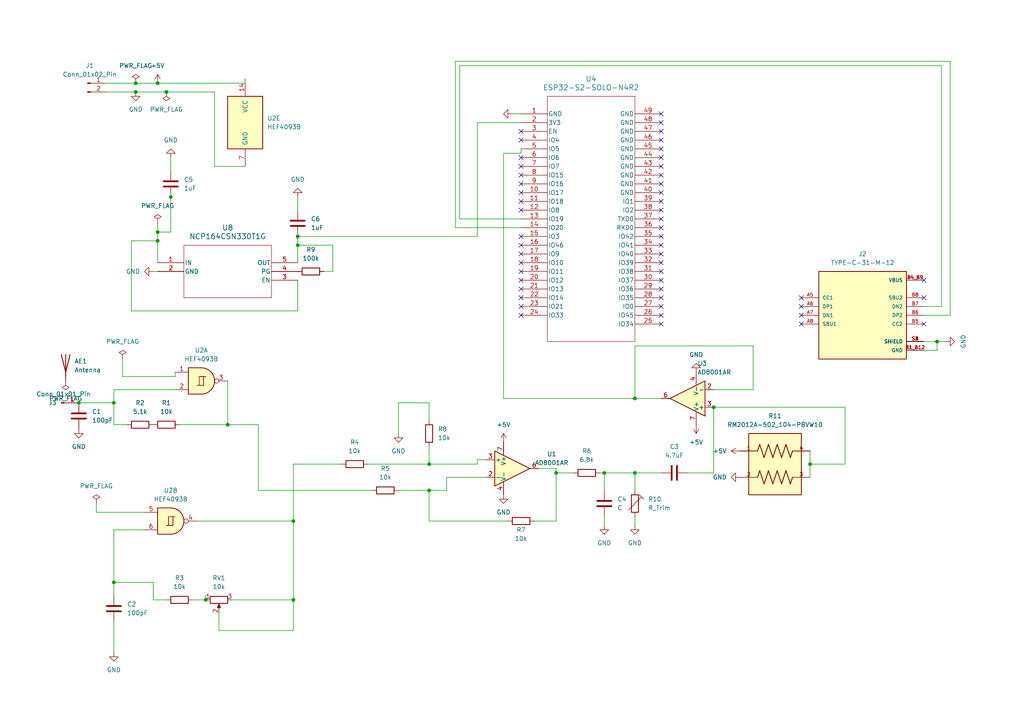
<source format=kicad_sch>
(kicad_sch (version 20230121) (generator eeschema)
  (paper "A4")
  (lib_symbols
    (symbol "4xxx:HEF4093B" (pin_names (offset 1.016))
      (property "Reference" "U" (at 0 1.27 0))
      (property "Value" "HEF4093B" (at 0 -1.27 0))
      (symbol "HEF4093B_1_0"
        (polyline (pts (xy -0.635 -1.27) (xy -0.635 1.27) (xy 0.635 1.27)))
        (polyline (pts (xy -0.635 -1.27) (xy -0.635 1.27) (xy 0.635 1.27)))
        (polyline (pts (xy -1.27 -1.27) (xy 0.635 -1.27) (xy 0.635 1.27) (xy 1.27 1.27)))
        (polyline (pts (xy -1.27 -1.27) (xy 0.635 -1.27) (xy 0.635 1.27) (xy 1.27 1.27)))
      )
      (symbol "HEF4093B_1_1"
        (arc (start 0 -3.81) (mid 3.7934 0) (end 0 3.81) (stroke (width 0.254)) (fill (type background)))
        (polyline (pts (xy 0 3.81) (xy -3.81 3.81) (xy -3.81 -3.81) (xy 0 -3.81)) (stroke (width 0.254)) (fill (type background)))
        (pin input line (at -7.62 2.54 0) (length 3.81) (name "~") (number "1"))
        (pin input line (at -7.62 -2.54 0) (length 3.81) (name "~") (number "2"))
        (pin output inverted (at 7.62 0 180) (length 3.81) (name "~") (number "3"))
      )
      (symbol "HEF4093B_1_2"
        (arc (start -3.81 -3.81) (mid -2.589 0) (end -3.81 3.81) (stroke (width 0.254)))
        (arc (start -0.6096 -3.81) (mid 2.1842 -2.5851) (end 3.81 0) (stroke (width 0.254)) (fill (type background)))
        (polyline (pts (xy -3.81 -3.81) (xy -0.635 -3.81)) (stroke (width 0.254)) (fill (type background)))
        (polyline (pts (xy -3.81 3.81) (xy -0.635 3.81)) (stroke (width 0.254)) (fill (type background)))
        (polyline (pts (xy -0.635 3.81) (xy -3.81 3.81) (xy -3.81 3.81) (xy -3.556 3.4036) (xy -3.0226 2.2606) (xy -2.6924 1.0414) (xy -2.6162 -0.254) (xy -2.7686 -1.4986) (xy -3.175 -2.7178) (xy -3.81 -3.81) (xy -3.81 -3.81) (xy -0.635 -3.81)) (stroke (width -25.4)) (fill (type background)))
        (arc (start 3.81 0) (mid 2.1915 2.5936) (end -0.6096 3.81) (stroke (width 0.254)) (fill (type background)))
        (pin input inverted (at -7.62 2.54 0) (length 4.318) (name "~") (number "1"))
        (pin input inverted (at -7.62 -2.54 0) (length 4.318) (name "~") (number "2"))
        (pin output line (at 7.62 0 180) (length 3.81) (name "~") (number "3"))
      )
      (symbol "HEF4093B_2_0"
        (polyline (pts (xy -0.635 -1.27) (xy -0.635 1.27) (xy 0.635 1.27)))
        (polyline (pts (xy -0.635 -1.27) (xy -0.635 1.27) (xy 0.635 1.27)))
        (polyline (pts (xy -1.27 -1.27) (xy 0.635 -1.27) (xy 0.635 1.27) (xy 1.27 1.27)))
        (polyline (pts (xy -1.27 -1.27) (xy 0.635 -1.27) (xy 0.635 1.27) (xy 1.27 1.27)))
      )
      (symbol "HEF4093B_2_1"
        (arc (start 0 -3.81) (mid 3.7934 0) (end 0 3.81) (stroke (width 0.254)) (fill (type background)))
        (polyline (pts (xy 0 3.81) (xy -3.81 3.81) (xy -3.81 -3.81) (xy 0 -3.81)) (stroke (width 0.254)) (fill (type background)))
        (pin output inverted (at 7.62 0 180) (length 3.81) (name "~") (number "4"))
        (pin input line (at -7.62 2.54 0) (length 3.81) (name "~") (number "5"))
        (pin input line (at -7.62 -2.54 0) (length 3.81) (name "~") (number "6"))
      )
      (symbol "HEF4093B_2_2"
        (arc (start -3.81 -3.81) (mid -2.589 0) (end -3.81 3.81) (stroke (width 0.254)))
        (arc (start -0.6096 -3.81) (mid 2.1842 -2.5851) (end 3.81 0) (stroke (width 0.254)) (fill (type background)))
        (polyline (pts (xy -3.81 -3.81) (xy -0.635 -3.81)) (stroke (width 0.254)) (fill (type background)))
        (polyline (pts (xy -3.81 3.81) (xy -0.635 3.81)) (stroke (width 0.254)) (fill (type background)))
        (polyline (pts (xy -0.635 3.81) (xy -3.81 3.81) (xy -3.81 3.81) (xy -3.556 3.4036) (xy -3.0226 2.2606) (xy -2.6924 1.0414) (xy -2.6162 -0.254) (xy -2.7686 -1.4986) (xy -3.175 -2.7178) (xy -3.81 -3.81) (xy -3.81 -3.81) (xy -0.635 -3.81)) (stroke (width -25.4)) (fill (type background)))
        (arc (start 3.81 0) (mid 2.1915 2.5936) (end -0.6096 3.81) (stroke (width 0.254)) (fill (type background)))
        (pin output line (at 7.62 0 180) (length 3.81) (name "~") (number "4"))
        (pin input inverted (at -7.62 2.54 0) (length 4.318) (name "~") (number "5"))
        (pin input inverted (at -7.62 -2.54 0) (length 4.318) (name "~") (number "6"))
      )
      (symbol "HEF4093B_3_0"
        (polyline (pts (xy -0.635 -1.27) (xy -0.635 1.27) (xy 0.635 1.27)))
        (polyline (pts (xy -0.635 -1.27) (xy -0.635 1.27) (xy 0.635 1.27)))
        (polyline (pts (xy -1.27 -1.27) (xy 0.635 -1.27) (xy 0.635 1.27) (xy 1.27 1.27)))
        (polyline (pts (xy -1.27 -1.27) (xy 0.635 -1.27) (xy 0.635 1.27) (xy 1.27 1.27)))
      )
      (symbol "HEF4093B_3_1"
        (arc (start 0 -3.81) (mid 3.7934 0) (end 0 3.81) (stroke (width 0.254)) (fill (type background)))
        (polyline (pts (xy 0 3.81) (xy -3.81 3.81) (xy -3.81 -3.81) (xy 0 -3.81)) (stroke (width 0.254)) (fill (type background)))
        (pin output inverted (at 7.62 0 180) (length 3.81) (name "~") (number "10"))
        (pin input line (at -7.62 2.54 0) (length 3.81) (name "~") (number "8"))
        (pin input line (at -7.62 -2.54 0) (length 3.81) (name "~") (number "9"))
      )
      (symbol "HEF4093B_3_2"
        (arc (start -3.81 -3.81) (mid -2.589 0) (end -3.81 3.81) (stroke (width 0.254)))
        (arc (start -0.6096 -3.81) (mid 2.1842 -2.5851) (end 3.81 0) (stroke (width 0.254)) (fill (type background)))
        (polyline (pts (xy -3.81 -3.81) (xy -0.635 -3.81)) (stroke (width 0.254)) (fill (type background)))
        (polyline (pts (xy -3.81 3.81) (xy -0.635 3.81)) (stroke (width 0.254)) (fill (type background)))
        (polyline (pts (xy -0.635 3.81) (xy -3.81 3.81) (xy -3.81 3.81) (xy -3.556 3.4036) (xy -3.0226 2.2606) (xy -2.6924 1.0414) (xy -2.6162 -0.254) (xy -2.7686 -1.4986) (xy -3.175 -2.7178) (xy -3.81 -3.81) (xy -3.81 -3.81) (xy -0.635 -3.81)) (stroke (width -25.4)) (fill (type background)))
        (arc (start 3.81 0) (mid 2.1915 2.5936) (end -0.6096 3.81) (stroke (width 0.254)) (fill (type background)))
        (pin output line (at 7.62 0 180) (length 3.81) (name "~") (number "10"))
        (pin input inverted (at -7.62 2.54 0) (length 4.318) (name "~") (number "8"))
        (pin input inverted (at -7.62 -2.54 0) (length 4.318) (name "~") (number "9"))
      )
      (symbol "HEF4093B_4_0"
        (polyline (pts (xy -0.635 -1.27) (xy -0.635 1.27) (xy 0.635 1.27)))
        (polyline (pts (xy -0.635 -1.27) (xy -0.635 1.27) (xy 0.635 1.27)))
        (polyline (pts (xy -1.27 -1.27) (xy 0.635 -1.27) (xy 0.635 1.27) (xy 1.27 1.27)))
        (polyline (pts (xy -1.27 -1.27) (xy 0.635 -1.27) (xy 0.635 1.27) (xy 1.27 1.27)))
      )
      (symbol "HEF4093B_4_1"
        (arc (start 0 -3.81) (mid 3.7934 0) (end 0 3.81) (stroke (width 0.254)) (fill (type background)))
        (polyline (pts (xy 0 3.81) (xy -3.81 3.81) (xy -3.81 -3.81) (xy 0 -3.81)) (stroke (width 0.254)) (fill (type background)))
        (pin output inverted (at 7.62 0 180) (length 3.81) (name "~") (number "11"))
        (pin input line (at -7.62 2.54 0) (length 3.81) (name "~") (number "12"))
        (pin input line (at -7.62 -2.54 0) (length 3.81) (name "~") (number "13"))
      )
      (symbol "HEF4093B_4_2"
        (arc (start -3.81 -3.81) (mid -2.589 0) (end -3.81 3.81) (stroke (width 0.254)))
        (arc (start -0.6096 -3.81) (mid 2.1842 -2.5851) (end 3.81 0) (stroke (width 0.254)) (fill (type background)))
        (polyline (pts (xy -3.81 -3.81) (xy -0.635 -3.81)) (stroke (width 0.254)) (fill (type background)))
        (polyline (pts (xy -3.81 3.81) (xy -0.635 3.81)) (stroke (width 0.254)) (fill (type background)))
        (polyline (pts (xy -0.635 3.81) (xy -3.81 3.81) (xy -3.81 3.81) (xy -3.556 3.4036) (xy -3.0226 2.2606) (xy -2.6924 1.0414) (xy -2.6162 -0.254) (xy -2.7686 -1.4986) (xy -3.175 -2.7178) (xy -3.81 -3.81) (xy -3.81 -3.81) (xy -0.635 -3.81)) (stroke (width -25.4)) (fill (type background)))
        (arc (start 3.81 0) (mid 2.1915 2.5936) (end -0.6096 3.81) (stroke (width 0.254)) (fill (type background)))
        (pin output line (at 7.62 0 180) (length 3.81) (name "~") (number "11"))
        (pin input inverted (at -7.62 2.54 0) (length 4.318) (name "~") (number "12"))
        (pin input inverted (at -7.62 -2.54 0) (length 4.318) (name "~") (number "13"))
      )
      (symbol "HEF4093B_5_0"
        (pin power_in line (at 0 12.7 270) (length 5.08) (name "VCC") (number "14"))
        (pin power_in line (at 0 -12.7 90) (length 5.08) (name "GND") (number "7"))
      )
      (symbol "HEF4093B_5_1"
        (rectangle (start -5.08 7.62) (end 5.08 -7.62) (stroke (width 0.254)) (fill (type background)))
      )
    )
    (symbol "Amplifier_Operational:AD8001AR" (pin_names (offset 0.127))
      (property "Reference" "U" (at 0 6.35 0))
      (property "Value" "AD8001AR" (at 0 3.81 0))
      (symbol "AD8001AR_0_1"
        (polyline (pts (xy -5.08 5.08) (xy 5.08 0) (xy -5.08 -5.08) (xy -5.08 5.08)) (stroke (width 0.254)) (fill (type background)))
      )
      (symbol "AD8001AR_1_1"
        (pin no_connect line (at -2.54 2.54 270) (length 2.54) hide (name "NC") (number "1"))
        (pin input line (at -7.62 -2.54 0) (length 2.54) (name "-") (number "2"))
        (pin input line (at -7.62 2.54 0) (length 2.54) (name "+") (number "3"))
        (pin power_in line (at -2.54 -7.62 90) (length 3.81) (name "V-") (number "4"))
        (pin no_connect line (at 0 2.54 270) (length 2.54) hide (name "NC") (number "5"))
        (pin output line (at 7.62 0 180) (length 2.54) (name "~") (number "6"))
        (pin power_in line (at -2.54 7.62 270) (length 3.81) (name "V+") (number "7"))
        (pin no_connect line (at 0 -2.54 90) (length 2.54) hide (name "NC") (number "8"))
      )
    )
    (symbol "Connector:Conn_01x01_Pin" (pin_names (offset 1.016) hide)
      (property "Reference" "J" (at 0 2.54 0))
      (property "Value" "Conn_01x01_Pin" (at 0 -2.54 0))
      (symbol "Conn_01x01_Pin_1_1"
        (polyline (pts (xy 1.27 0) (xy 0.8636 0)) (stroke (width 0.1524)))
        (rectangle (start 0.8636 0.127) (end 0 -0.127) (stroke (width 0.1524)) (fill (type outline)))
        (pin passive line (at 5.08 0 180) (length 3.81) (name "Pin_1") (number "1"))
      )
    )
    (symbol "Connector:Conn_01x02_Pin" (pin_names (offset 1.016) hide)
      (property "Reference" "J" (at 0 2.54 0))
      (property "Value" "Conn_01x02_Pin" (at 0 -5.08 0))
      (symbol "Conn_01x02_Pin_1_1"
        (polyline (pts (xy 1.27 -2.54) (xy 0.8636 -2.54)) (stroke (width 0.1524)))
        (polyline (pts (xy 1.27 0) (xy 0.8636 0)) (stroke (width 0.1524)))
        (rectangle (start 0.8636 -2.413) (end 0 -2.667) (stroke (width 0.1524)) (fill (type outline)))
        (rectangle (start 0.8636 0.127) (end 0 -0.127) (stroke (width 0.1524)) (fill (type outline)))
        (pin passive line (at 5.08 0 180) (length 3.81) (name "Pin_1") (number "1"))
        (pin passive line (at 5.08 -2.54 180) (length 3.81) (name "Pin_2") (number "2"))
      )
    )
    (symbol "Device:C" (pin_numbers hide) (pin_names (offset 0.254))
      (property "Reference" "C" (at 0.635 2.54 0))
      (property "Value" "C" (at 0.635 -2.54 0))
      (symbol "C_0_1"
        (polyline (pts (xy -2.032 -0.762) (xy 2.032 -0.762)) (stroke (width 0.508)))
        (polyline (pts (xy -2.032 0.762) (xy 2.032 0.762)) (stroke (width 0.508)))
      )
      (symbol "C_1_1"
        (pin passive line (at 0 3.81 270) (length 2.794) (name "~") (number "1"))
        (pin passive line (at 0 -3.81 90) (length 2.794) (name "~") (number "2"))
      )
    )
    (symbol "Device:R" (pin_numbers hide) (pin_names (offset 0))
      (property "Reference" "R" (at 2.032 0 90))
      (property "Value" "R" (at 0 0 90))
      (symbol "R_0_1"
        (rectangle (start -1.016 -2.54) (end 1.016 2.54) (stroke (width 0.254)))
      )
      (symbol "R_1_1"
        (pin passive line (at 0 3.81 270) (length 1.27) (name "~") (number "1"))
        (pin passive line (at 0 -3.81 90) (length 1.27) (name "~") (number "2"))
      )
    )
    (symbol "Device:R_Trim" (pin_numbers hide) (pin_names (offset 0))
      (property "Reference" "R" (at 2.54 -2.54 90))
      (property "Value" "R_Trim" (at -2.54 -0.635 90))
      (symbol "R_Trim_0_1"
        (rectangle (start -1.016 -2.54) (end 1.016 2.54) (stroke (width 0.254)))
        (polyline (pts (xy -1.905 -1.905) (xy 1.905 1.905) (xy 2.54 1.27) (xy 1.27 2.54)))
      )
      (symbol "R_Trim_1_1"
        (pin passive line (at 0 3.81 270) (length 1.27) (name "~") (number "1"))
        (pin passive line (at 0 -3.81 90) (length 1.27) (name "~") (number "2"))
      )
    )
    (symbol "RM2012A-502_104-PBVW10:RM2012A-502_104-PBVW10" (pin_names (offset 1.016))
      (property "Reference" "R" (at -7.62 8.89 0))
      (property "Value" "RM2012A-502_104-PBVW10" (at -7.62 -13.97 0))
      (symbol "RM2012A-502_104-PBVW10_0_0"
        (rectangle (start -7.62 -10.16) (end 7.62 7.62) (stroke (width 0.254)) (fill (type background)))
        (polyline (pts (xy -5.08 -5.08) (xy -4.445 -3.175)) (stroke (width 0.254)))
        (polyline (pts (xy -5.08 2.54) (xy -4.445 4.445)) (stroke (width 0.254)))
        (polyline (pts (xy -4.445 -3.175) (xy -3.175 -6.985)) (stroke (width 0.254)))
        (polyline (pts (xy -4.445 4.445) (xy -3.175 0.635)) (stroke (width 0.254)))
        (polyline (pts (xy -3.175 -6.985) (xy -1.905 -3.175)) (stroke (width 0.254)))
        (polyline (pts (xy -3.175 0.635) (xy -1.905 4.445)) (stroke (width 0.254)))
        (polyline (pts (xy -1.905 -3.175) (xy -0.635 -6.985)) (stroke (width 0.254)))
        (polyline (pts (xy -1.905 4.445) (xy -0.635 0.635)) (stroke (width 0.254)))
        (polyline (pts (xy -0.635 -6.985) (xy 0.635 -3.175)) (stroke (width 0.254)))
        (polyline (pts (xy -0.635 0.635) (xy 0.635 4.445)) (stroke (width 0.254)))
        (polyline (pts (xy 0.635 -3.175) (xy 1.905 -6.985)) (stroke (width 0.254)))
        (polyline (pts (xy 0.635 4.445) (xy 1.905 0.635)) (stroke (width 0.254)))
        (polyline (pts (xy 1.905 -6.985) (xy 3.175 -3.175)) (stroke (width 0.254)))
        (polyline (pts (xy 1.905 0.635) (xy 3.175 4.445)) (stroke (width 0.254)))
        (polyline (pts (xy 3.175 -3.175) (xy 4.445 -6.985)) (stroke (width 0.254)))
        (polyline (pts (xy 3.175 4.445) (xy 4.445 0.635)) (stroke (width 0.254)))
        (polyline (pts (xy 4.445 -6.985) (xy 5.08 -5.08)) (stroke (width 0.254)))
        (polyline (pts (xy 4.445 0.635) (xy 5.08 2.54)) (stroke (width 0.254)))
        (pin passive line (at -10.16 2.54 0) (length 5.08) (name "~") (number "1"))
        (pin passive line (at -10.16 -5.08 0) (length 5.08) (name "~") (number "2"))
        (pin passive line (at 10.16 -5.08 180) (length 5.08) (name "~") (number "3"))
        (pin passive line (at 10.16 2.54 180) (length 5.08) (name "~") (number "4"))
      )
    )
    (symbol "TYPE-C-31-M-12:TYPE-C-31-M-12" (pin_names (offset 1.016))
      (property "Reference" "J" (at -12.7 13.462 0))
      (property "Value" "TYPE-C-31-M-12" (at -12.7 -13.462 0))
      (symbol "TYPE-C-31-M-12_0_0"
        (rectangle (start -12.7 -12.7) (end 12.7 12.7) (stroke (width 0.254)) (fill (type background)))
        (pin power_in line (at 17.78 -10.16 180) (length 5.08) (name "GND") (number "A1_B12"))
        (pin power_in line (at 17.78 10.16 180) (length 5.08) (name "VBUS") (number "A4_B9"))
        (pin bidirectional line (at -17.78 5.08 0) (length 5.08) (name "CC1") (number "A5"))
        (pin bidirectional line (at -17.78 2.54 0) (length 5.08) (name "DP1") (number "A6"))
        (pin bidirectional line (at -17.78 0 0) (length 5.08) (name "DN1") (number "A7"))
        (pin bidirectional line (at -17.78 -2.54 0) (length 5.08) (name "SBU1") (number "A8"))
        (pin power_in line (at 17.78 -10.16 180) (length 5.08) (name "GND") (number "B1_A12"))
        (pin power_in line (at 17.78 10.16 180) (length 5.08) (name "VBUS") (number "B4_A9"))
        (pin bidirectional line (at 17.78 -2.54 180) (length 5.08) (name "CC2") (number "B5"))
        (pin bidirectional line (at 17.78 0 180) (length 5.08) (name "DP2") (number "B6"))
        (pin bidirectional line (at 17.78 2.54 180) (length 5.08) (name "DN2") (number "B7"))
        (pin bidirectional line (at 17.78 5.08 180) (length 5.08) (name "SBU2") (number "B8"))
        (pin passive line (at 17.78 -7.62 180) (length 5.08) (name "SHIELD") (number "S1"))
        (pin passive line (at 17.78 -7.62 180) (length 5.08) (name "SHIELD") (number "S2"))
        (pin passive line (at 17.78 -7.62 180) (length 5.08) (name "SHIELD") (number "S3"))
        (pin passive line (at 17.78 -7.62 180) (length 5.08) (name "SHIELD") (number "S4"))
      )
    )
    (symbol "esp32:ESP32-S2-SOLO-N4R2" (pin_names (offset 0.254))
      (property "Reference" "U" (at 20.32 10.16 0))
      (property "Value" "ESP32-S2-SOLO-N4R2" (at 20.32 7.62 0))
      (symbol "ESP32-S2-SOLO-N4R2_0_1"
        (polyline (pts (xy 7.62 -66.04) (xy 33.02 -66.04)) (stroke (width 0.127)))
        (polyline (pts (xy 7.62 5.08) (xy 7.62 -66.04)) (stroke (width 0.127)))
        (polyline (pts (xy 33.02 -66.04) (xy 33.02 5.08)) (stroke (width 0.127)))
        (polyline (pts (xy 33.02 5.08) (xy 7.62 5.08)) (stroke (width 0.127)))
        (pin bidirectional line (at 0 -22.86 0) (length 7.62) (name "IO17") (number "10"))
        (pin bidirectional line (at 0 -25.4 0) (length 7.62) (name "IO18") (number "11"))
        (pin bidirectional line (at 0 -27.94 0) (length 7.62) (name "IO8") (number "12"))
        (pin bidirectional line (at 0 -30.48 0) (length 7.62) (name "IO19") (number "13"))
        (pin bidirectional line (at 0 -33.02 0) (length 7.62) (name "IO20") (number "14"))
        (pin bidirectional line (at 0 -35.56 0) (length 7.62) (name "IO3") (number "15"))
        (pin input line (at 0 -38.1 0) (length 7.62) (name "IO46") (number "16"))
        (pin bidirectional line (at 0 -40.64 0) (length 7.62) (name "IO9") (number "17"))
        (pin bidirectional line (at 0 -43.18 0) (length 7.62) (name "IO10") (number "18"))
        (pin bidirectional line (at 0 -45.72 0) (length 7.62) (name "IO11") (number "19"))
        (pin power_in line (at 0 -2.54 0) (length 7.62) (name "3V3") (number "2"))
        (pin bidirectional line (at 0 -48.26 0) (length 7.62) (name "IO12") (number "20"))
        (pin bidirectional line (at 0 -50.8 0) (length 7.62) (name "IO13") (number "21"))
        (pin bidirectional line (at 0 -53.34 0) (length 7.62) (name "IO14") (number "22"))
        (pin bidirectional line (at 0 -55.88 0) (length 7.62) (name "IO21") (number "23"))
        (pin bidirectional line (at 0 -58.42 0) (length 7.62) (name "IO33") (number "24"))
        (pin bidirectional line (at 40.64 -60.96 180) (length 7.62) (name "IO34") (number "25"))
        (pin bidirectional line (at 40.64 -58.42 180) (length 7.62) (name "IO45") (number "26"))
        (pin bidirectional line (at 40.64 -55.88 180) (length 7.62) (name "IO0") (number "27"))
        (pin bidirectional line (at 40.64 -53.34 180) (length 7.62) (name "IO35") (number "28"))
        (pin bidirectional line (at 40.64 -50.8 180) (length 7.62) (name "IO36") (number "29"))
        (pin input line (at 0 -5.08 0) (length 7.62) (name "EN") (number "3"))
        (pin bidirectional line (at 40.64 -48.26 180) (length 7.62) (name "IO37") (number "30"))
        (pin bidirectional line (at 40.64 -45.72 180) (length 7.62) (name "IO38") (number "31"))
        (pin bidirectional line (at 40.64 -43.18 180) (length 7.62) (name "IO39") (number "32"))
        (pin bidirectional line (at 40.64 -40.64 180) (length 7.62) (name "IO40") (number "33"))
        (pin bidirectional line (at 40.64 -38.1 180) (length 7.62) (name "IO41") (number "34"))
        (pin bidirectional line (at 40.64 -35.56 180) (length 7.62) (name "IO42") (number "35"))
        (pin bidirectional line (at 40.64 -33.02 180) (length 7.62) (name "RXD0") (number "36"))
        (pin bidirectional line (at 40.64 -30.48 180) (length 7.62) (name "TXD0") (number "37"))
        (pin bidirectional line (at 40.64 -27.94 180) (length 7.62) (name "IO2") (number "38"))
        (pin bidirectional line (at 40.64 -25.4 180) (length 7.62) (name "IO1") (number "39"))
        (pin bidirectional line (at 0 -7.62 0) (length 7.62) (name "IO4") (number "4"))
        (pin power_out line (at 40.64 -22.86 180) (length 7.62) (name "GND") (number "40"))
        (pin power_out line (at 40.64 -20.32 180) (length 7.62) (name "GND") (number "41"))
        (pin power_out line (at 40.64 -17.78 180) (length 7.62) (name "GND") (number "42"))
        (pin power_out line (at 40.64 -15.24 180) (length 7.62) (name "GND") (number "43"))
        (pin power_out line (at 40.64 -12.7 180) (length 7.62) (name "GND") (number "44"))
        (pin power_out line (at 40.64 -10.16 180) (length 7.62) (name "GND") (number "45"))
        (pin power_out line (at 40.64 -7.62 180) (length 7.62) (name "GND") (number "46"))
        (pin power_out line (at 40.64 -5.08 180) (length 7.62) (name "GND") (number "47"))
        (pin power_out line (at 40.64 -2.54 180) (length 7.62) (name "GND") (number "48"))
        (pin power_out line (at 40.64 0 180) (length 7.62) (name "GND") (number "49"))
        (pin bidirectional line (at 0 -10.16 0) (length 7.62) (name "IO5") (number "5"))
        (pin bidirectional line (at 0 -12.7 0) (length 7.62) (name "IO6") (number "6"))
        (pin bidirectional line (at 0 -15.24 0) (length 7.62) (name "IO7") (number "7"))
        (pin bidirectional line (at 0 -17.78 0) (length 7.62) (name "IO15") (number "8"))
        (pin bidirectional line (at 0 -20.32 0) (length 7.62) (name "IO16") (number "9"))
      )
      (symbol "ESP32-S2-SOLO-N4R2_1_1"
        (pin power_in line (at 0 0 0) (length 7.62) (name "GND") (number "1"))
      )
    )
    (symbol "ncp:NCP164CSN330T1G" (pin_names (offset 0.254))
      (property "Reference" "U" (at 20.32 10.16 0))
      (property "Value" "NCP164CSN330T1G" (at 20.32 7.62 0))
      (symbol "NCP164CSN330T1G_0_1"
        (polyline (pts (xy 7.62 -10.16) (xy 33.02 -10.16)) (stroke (width 0.127)))
        (polyline (pts (xy 7.62 5.08) (xy 7.62 -10.16)) (stroke (width 0.127)))
        (polyline (pts (xy 33.02 -10.16) (xy 33.02 5.08)) (stroke (width 0.127)))
        (polyline (pts (xy 33.02 5.08) (xy 7.62 5.08)) (stroke (width 0.127)))
        (pin power_in line (at 0 0 0) (length 7.62) (name "IN") (number "1"))
        (pin unspecified line (at 40.64 -5.08 180) (length 7.62) (name "EN") (number "3"))
        (pin unspecified line (at 40.64 -2.54 180) (length 7.62) (name "PG") (number "4"))
      )
      (symbol "NCP164CSN330T1G_1_1"
        (pin power_in line (at 0 -2.54 0) (length 7.62) (name "GND") (number "2"))
        (pin power_out line (at 40.64 0 180) (length 7.62) (name "OUT") (number "5"))
      )
    )
    (symbol "power:+5V" (power) (pin_names (offset 0))
      (property "Value" "+5V" (at 0 3.556 0))
      (symbol "+5V_0_1"
        (polyline (pts (xy -0.762 1.27) (xy 0 2.54)))
        (polyline (pts (xy 0 0) (xy 0 2.54)))
        (polyline (pts (xy 0 2.54) (xy 0.762 1.27)))
      )
      (symbol "+5V_1_1"
        (pin power_in line (at 0 0 90) (length 0) hide (name "+5V") (number "1"))
      )
    )
    (symbol "power:GND" (power) (pin_names (offset 0))
      (property "Value" "GND" (at 0 -3.81 0))
      (symbol "GND_0_1"
        (polyline (pts (xy 0 0) (xy 0 -1.27) (xy 1.27 -1.27) (xy 0 -2.54) (xy -1.27 -1.27) (xy 0 -1.27)))
      )
      (symbol "GND_1_1"
        (pin power_in line (at 0 0 270) (length 0) hide (name "GND") (number "1"))
      )
    )
    (symbol "power:PWR_FLAG" (power) (pin_numbers hide) (pin_names (offset 0) hide)
      (property "Value" "PWR_FLAG" (at 0 3.81 0))
      (symbol "PWR_FLAG_0_0"
        (pin power_out line (at 0 0 90) (length 0) (name "pwr") (number "1"))
      )
      (symbol "PWR_FLAG_0_1"
        (polyline (pts (xy 0 0) (xy 0 1.27) (xy -1.016 1.905) (xy 0 2.54) (xy 1.016 1.905) (xy 0 1.27)))
      )
    )
    (symbol "projectTheremin:Antenna" (pin_numbers hide) (pin_names (offset 1.016) hide)
      (property "Reference" "AE" (at -1.905 1.905 0))
      (property "Value" "Antenna" (at -1.905 0 0))
      (symbol "Antenna_0_1"
        (polyline (pts (xy 0 2.54) (xy 0 -3.81)) (stroke (width 0.254)))
        (polyline (pts (xy 1.27 2.54) (xy 0 -2.54) (xy -1.27 2.54)) (stroke (width 0.254)))
      )
      (symbol "Antenna_1_1"
        (pin input line (at 0 -5.08 90) (length 2.54) (name "A") (number "1"))
      )
    )
    (symbol "projectTheremin:C" (pin_numbers hide) (pin_names (offset 0.254))
      (property "Reference" "C" (at 0.635 2.54 0))
      (property "Value" "C" (at 0.635 -2.54 0))
      (symbol "C_0_1"
        (polyline (pts (xy -2.032 -0.762) (xy 2.032 -0.762)) (stroke (width 0.508)))
        (polyline (pts (xy -2.032 0.762) (xy 2.032 0.762)) (stroke (width 0.508)))
      )
      (symbol "C_1_1"
        (pin passive line (at 0 3.81 270) (length 2.794) (name "~") (number "1"))
        (pin passive line (at 0 -3.81 90) (length 2.794) (name "~") (number "2"))
      )
    )
    (symbol "projectTheremin:GND" (power) (pin_names (offset 0))
      (property "Value" "GND" (at 0 -3.81 0))
      (symbol "GND_0_1"
        (polyline (pts (xy 0 0) (xy 0 -1.27) (xy 1.27 -1.27) (xy 0 -2.54) (xy -1.27 -1.27) (xy 0 -1.27)))
      )
      (symbol "GND_1_1"
        (pin power_in line (at 0 0 270) (length 0) hide (name "GND") (number "1"))
      )
    )
    (symbol "projectTheremin:R" (pin_numbers hide) (pin_names (offset 0))
      (property "Reference" "R" (at 2.032 0 90))
      (property "Value" "R" (at 0 0 90))
      (symbol "R_0_1"
        (rectangle (start -1.016 -2.54) (end 1.016 2.54) (stroke (width 0.254)))
      )
      (symbol "R_1_1"
        (pin passive line (at 0 3.81 270) (length 1.27) (name "~") (number "1"))
        (pin passive line (at 0 -3.81 90) (length 1.27) (name "~") (number "2"))
      )
    )
    (symbol "projectTheremin:R_Potentiometer" (pin_names (offset 1.016) hide)
      (property "Reference" "RV" (at -4.445 0 90))
      (property "Value" "R_Potentiometer" (at -2.54 0 90))
      (symbol "R_Potentiometer_0_1"
        (polyline (pts (xy 2.54 0) (xy 1.524 0)))
        (polyline (pts (xy 1.143 0) (xy 2.286 0.508) (xy 2.286 -0.508) (xy 1.143 0)) (fill (type outline)))
        (rectangle (start 1.016 2.54) (end -1.016 -2.54) (stroke (width 0.254)))
      )
      (symbol "R_Potentiometer_1_1"
        (pin passive line (at 0 3.81 270) (length 1.27) (name "1") (number "1"))
        (pin passive line (at 3.81 0 180) (length 1.27) (name "2") (number "2"))
        (pin passive line (at 0 -3.81 90) (length 1.27) (name "3") (number "3"))
      )
    )
  )
  (junction (at 33.02 168.91))
  (junction (at 271.78 99.06))
  (junction (at 59.69 173.99))
  (junction (at 39.37 26.67))
  (junction (at 45.72 69.85))
  (junction (at 161.29 137.16))
  (junction (at 184.15 137.16))
  (junction (at 124.46 134.62))
  (junction (at 45.72 24.13))
  (junction (at 184.15 115.57))
  (junction (at 207.01 118.11))
  (junction (at 66.04 123.19))
  (junction (at 45.72 67.31))
  (junction (at 234.95 134.62))
  (junction (at 49.53 57.15))
  (junction (at 22.86 116.84))
  (junction (at 48.26 26.67))
  (junction (at 85.09 173.99))
  (junction (at 86.36 71.12))
  (junction (at 39.37 24.13))
  (junction (at 33.02 116.84))
  (junction (at 124.46 142.24))
  (junction (at 85.09 151.13))
  (junction (at 86.36 68.58))
  (junction (at 175.26 137.16))
  (no_connect (at 151.13 88.9))
  (no_connect (at 191.77 86.36))
  (no_connect (at 151.13 91.44))
  (no_connect (at 191.77 33.02))
  (no_connect (at 191.77 88.9))
  (no_connect (at 191.77 71.12))
  (no_connect (at 191.77 83.82))
  (no_connect (at 267.97 93.98))
  (no_connect (at 191.77 58.42))
  (no_connect (at 151.13 68.58))
  (no_connect (at 151.13 78.74))
  (no_connect (at 191.77 68.58))
  (no_connect (at 191.77 93.98))
  (no_connect (at 151.13 48.26))
  (no_connect (at 191.77 50.8))
  (no_connect (at 151.13 50.8))
  (no_connect (at 191.77 66.04))
  (no_connect (at 151.13 40.64))
  (no_connect (at 191.77 45.72))
  (no_connect (at 151.13 53.34))
  (no_connect (at 191.77 76.2))
  (no_connect (at 151.13 83.82))
  (no_connect (at 232.41 88.9))
  (no_connect (at 191.77 35.56))
  (no_connect (at 151.13 76.2))
  (no_connect (at 151.13 55.88))
  (no_connect (at 151.13 71.12))
  (no_connect (at 191.77 48.26))
  (no_connect (at 191.77 43.18))
  (no_connect (at 151.13 38.1))
  (no_connect (at 232.41 91.44))
  (no_connect (at 191.77 60.96))
  (no_connect (at 267.97 81.28))
  (no_connect (at 191.77 55.88))
  (no_connect (at 191.77 38.1))
  (no_connect (at 151.13 60.96))
  (no_connect (at 191.77 73.66))
  (no_connect (at 151.13 73.66))
  (no_connect (at 191.77 40.64))
  (no_connect (at 151.13 86.36))
  (no_connect (at 232.41 86.36))
  (no_connect (at 151.13 45.72))
  (no_connect (at 151.13 58.42))
  (no_connect (at 191.77 91.44))
  (no_connect (at 191.77 63.5))
  (no_connect (at 232.41 93.98))
  (no_connect (at 267.97 86.36))
  (no_connect (at 191.77 53.34))
  (no_connect (at 151.13 81.28))
  (no_connect (at 191.77 78.74))
  (no_connect (at 191.77 81.28))
  (wire (pts (xy 148.59 33.02) (xy 151.13 33.02)))
  (wire (pts (xy 271.78 101.6) (xy 267.97 101.6)))
  (wire (pts (xy 62.23 26.67) (xy 62.23 48.26)))
  (wire (pts (xy 86.36 68.58) (xy 86.36 71.12)))
  (wire (pts (xy 57.15 151.13) (xy 85.09 151.13)))
  (wire (pts (xy 96.52 78.74) (xy 96.52 71.12)))
  (wire (pts (xy 33.02 113.03) (xy 50.8 113.03)))
  (wire (pts (xy 147.32 151.13) (xy 124.46 151.13)))
  (wire (pts (xy 175.26 149.86) (xy 175.26 152.4)))
  (wire (pts (xy 218.44 113.03) (xy 218.44 100.33)))
  (wire (pts (xy 175.26 137.16) (xy 184.15 137.16)))
  (wire (pts (xy 49.53 55.88) (xy 49.53 57.15)))
  (wire (pts (xy 33.02 123.19) (xy 36.83 123.19)))
  (wire (pts (xy 63.5 182.88) (xy 85.09 182.88)))
  (wire (pts (xy 86.36 90.17) (xy 38.1 90.17)))
  (wire (pts (xy 96.52 71.12) (xy 86.36 71.12)))
  (wire (pts (xy 124.46 129.54) (xy 124.46 134.62)))
  (wire (pts (xy 33.02 116.84) (xy 33.02 123.19)))
  (wire (pts (xy 271.78 99.06) (xy 274.32 99.06)))
  (wire (pts (xy 86.36 81.28) (xy 86.36 90.17)))
  (wire (pts (xy 133.35 19.05) (xy 273.05 19.05)))
  (wire (pts (xy 199.39 137.16) (xy 207.01 137.16)))
  (wire (pts (xy 267.97 88.9) (xy 273.05 88.9)))
  (wire (pts (xy 273.05 19.05) (xy 273.05 88.9)))
  (wire (pts (xy 85.09 134.62) (xy 85.09 151.13)))
  (wire (pts (xy 39.37 26.67) (xy 48.26 26.67)))
  (wire (pts (xy 166.37 137.16) (xy 161.29 137.16)))
  (wire (pts (xy 66.04 110.49) (xy 66.04 123.19)))
  (wire (pts (xy 184.15 149.86) (xy 184.15 152.4)))
  (wire (pts (xy 234.95 134.62) (xy 245.11 134.62)))
  (wire (pts (xy 133.35 63.5) (xy 133.35 19.05)))
  (wire (pts (xy 86.36 71.12) (xy 86.36 76.2)))
  (wire (pts (xy 35.56 109.22) (xy 50.8 109.22)))
  (wire (pts (xy 234.95 134.62) (xy 234.95 138.43)))
  (wire (pts (xy 39.37 24.13) (xy 45.72 24.13)))
  (wire (pts (xy 207.01 118.11) (xy 245.11 118.11)))
  (wire (pts (xy 85.09 134.62) (xy 99.06 134.62)))
  (wire (pts (xy 49.53 45.72) (xy 49.53 49.53)))
  (wire (pts (xy 22.86 116.84) (xy 33.02 116.84)))
  (wire (pts (xy 63.5 177.8) (xy 63.5 182.88)))
  (wire (pts (xy 49.53 57.15) (xy 49.53 67.31)))
  (wire (pts (xy 45.72 24.13) (xy 71.12 24.13)))
  (wire (pts (xy 74.93 142.24) (xy 107.95 142.24)))
  (wire (pts (xy 271.78 99.06) (xy 271.78 101.6)))
  (wire (pts (xy 184.15 137.16) (xy 184.15 142.24)))
  (wire (pts (xy 207.01 113.03) (xy 218.44 113.03)))
  (wire (pts (xy 33.02 168.91) (xy 44.45 168.91)))
  (wire (pts (xy 129.54 138.43) (xy 129.54 142.24)))
  (wire (pts (xy 129.54 138.43) (xy 140.97 138.43)))
  (wire (pts (xy 33.02 153.67) (xy 41.91 153.67)))
  (wire (pts (xy 66.04 123.19) (xy 74.93 123.19)))
  (wire (pts (xy 38.1 69.85) (xy 45.72 69.85)))
  (wire (pts (xy 115.57 116.84) (xy 115.57 125.73)))
  (wire (pts (xy 49.53 67.31) (xy 45.72 67.31)))
  (wire (pts (xy 48.26 26.67) (xy 62.23 26.67)))
  (wire (pts (xy 33.02 180.34) (xy 33.02 189.23)))
  (wire (pts (xy 151.13 63.5) (xy 133.35 63.5)))
  (wire (pts (xy 124.46 121.92) (xy 124.46 116.84)))
  (wire (pts (xy 33.02 172.72) (xy 33.02 168.91)))
  (wire (pts (xy 35.56 104.14) (xy 35.56 109.22)))
  (wire (pts (xy 207.01 118.11) (xy 207.01 137.16)))
  (wire (pts (xy 62.23 48.26) (xy 71.12 48.26)))
  (wire (pts (xy 267.97 99.06) (xy 271.78 99.06)))
  (wire (pts (xy 45.72 69.85) (xy 45.72 76.2)))
  (wire (pts (xy 129.54 142.24) (xy 124.46 142.24)))
  (wire (pts (xy 161.29 151.13) (xy 154.94 151.13)))
  (wire (pts (xy 30.48 24.13) (xy 39.37 24.13)))
  (wire (pts (xy 41.91 148.59) (xy 27.94 148.59)))
  (wire (pts (xy 245.11 134.62) (xy 245.11 118.11)))
  (wire (pts (xy 44.45 78.74) (xy 45.72 78.74)))
  (wire (pts (xy 45.72 64.77) (xy 45.72 67.31)))
  (wire (pts (xy 267.97 91.44) (xy 275.59 91.44)))
  (wire (pts (xy 132.08 66.04) (xy 151.13 66.04)))
  (wire (pts (xy 161.29 135.89) (xy 161.29 137.16)))
  (wire (pts (xy 156.21 135.89) (xy 161.29 135.89)))
  (wire (pts (xy 86.36 68.58) (xy 138.43 68.58)))
  (wire (pts (xy 146.05 115.57) (xy 184.15 115.57)))
  (wire (pts (xy 50.8 109.22) (xy 50.8 107.95)))
  (wire (pts (xy 106.68 134.62) (xy 124.46 134.62)))
  (wire (pts (xy 184.15 137.16) (xy 191.77 137.16)))
  (wire (pts (xy 85.09 151.13) (xy 85.09 173.99)))
  (wire (pts (xy 74.93 123.19) (xy 74.93 142.24)))
  (wire (pts (xy 124.46 151.13) (xy 124.46 142.24)))
  (wire (pts (xy 71.12 24.13) (xy 71.12 22.86)))
  (wire (pts (xy 67.31 173.99) (xy 85.09 173.99)))
  (wire (pts (xy 184.15 115.57) (xy 191.77 115.57)))
  (wire (pts (xy 275.59 91.44) (xy 275.59 17.78)))
  (wire (pts (xy 275.59 17.78) (xy 132.08 17.78)))
  (wire (pts (xy 173.99 137.16) (xy 175.26 137.16)))
  (wire (pts (xy 93.98 78.74) (xy 96.52 78.74)))
  (wire (pts (xy 132.08 17.78) (xy 132.08 66.04)))
  (wire (pts (xy 175.26 137.16) (xy 175.26 142.24)))
  (wire (pts (xy 44.45 168.91) (xy 44.45 173.99)))
  (wire (pts (xy 33.02 153.67) (xy 33.02 168.91)))
  (wire (pts (xy 146.05 44.45) (xy 146.05 115.57)))
  (wire (pts (xy 85.09 182.88) (xy 85.09 173.99)))
  (wire (pts (xy 218.44 100.33) (xy 184.15 100.33)))
  (wire (pts (xy 55.88 173.99) (xy 59.69 173.99)))
  (wire (pts (xy 138.43 35.56) (xy 151.13 35.56)))
  (wire (pts (xy 138.43 134.62) (xy 138.43 133.35)))
  (wire (pts (xy 27.94 148.59) (xy 27.94 146.05)))
  (wire (pts (xy 234.95 130.81) (xy 234.95 134.62)))
  (wire (pts (xy 38.1 90.17) (xy 38.1 69.85)))
  (wire (pts (xy 124.46 116.84) (xy 115.57 116.84)))
  (wire (pts (xy 45.72 67.31) (xy 45.72 69.85)))
  (wire (pts (xy 115.57 142.24) (xy 124.46 142.24)))
  (wire (pts (xy 138.43 133.35) (xy 140.97 133.35)))
  (wire (pts (xy 59.69 172.72) (xy 59.69 173.99)))
  (wire (pts (xy 161.29 137.16) (xy 161.29 151.13)))
  (wire (pts (xy 138.43 68.58) (xy 138.43 35.56)))
  (wire (pts (xy 86.36 57.15) (xy 86.36 60.96)))
  (wire (pts (xy 124.46 134.62) (xy 138.43 134.62)))
  (wire (pts (xy 44.45 173.99) (xy 48.26 173.99)))
  (wire (pts (xy 151.13 44.45) (xy 151.13 43.18)))
  (wire (pts (xy 52.07 123.19) (xy 66.04 123.19)))
  (wire (pts (xy 33.02 116.84) (xy 33.02 113.03)))
  (wire (pts (xy 151.13 44.45) (xy 146.05 44.45)))
  (wire (pts (xy 184.15 100.33) (xy 184.15 115.57)))
  (wire (pts (xy 30.48 26.67) (xy 39.37 26.67)))
  (symbol (lib_id "power:+5V") (at 214.63 130.81 90) (unit 1)
    (property "Reference" "#PWR05" (effects hide))
    (property "Value" "+5V" (at 210.82 130.81 90) (effects (justify left)))
  )
  (symbol (lib_id "power:GND") (at 175.26 152.4 0) (unit 1)
    (property "Reference" "#PWR06" (effects hide))
    (property "Value" "GND" (at 175.26 157.48 0))
  )
  (symbol (lib_id "power:+5V") (at 45.72 24.13 0) (unit 1)
    (property "Reference" "#PWR018" (effects hide))
    (property "Value" "+5V" (at 45.72 19.05 0))
  )
  (symbol (lib_id "Device:R") (at 90.17 78.74 90) (unit 1)
    (property "Reference" "R9" (at 90.17 72.39 90))
    (property "Value" "100k" (at 90.17 74.93 90))
    (property "Footprint" "Resistor_THT:R_Axial_DIN0204_L3.6mm_D1.6mm_P1.90mm_Vertical" (effects hide))
  )
  (symbol (lib_id "projectTheremin:R") (at 52.07 173.99 270) (unit 1)
    (property "Reference" "R3" (at 52.07 167.64 90))
    (property "Value" "10k" (at 52.07 170.18 90))
    (property "Footprint" "Resistor_THT:R_Axial_DIN0204_L3.6mm_D1.6mm_P1.90mm_Vertical" (effects hide))
  )
  (symbol (lib_id "power:GND") (at 184.15 152.4 0) (unit 1)
    (property "Reference" "#PWR07" (effects hide))
    (property "Value" "GND" (at 184.15 157.48 0))
  )
  (symbol (lib_id "power:GND") (at 274.32 99.06 90) (unit 1)
    (property "Reference" "#PWR013" (effects hide))
    (property "Value" "GND" (at 279.4 99.06 0))
  )
  (symbol (lib_id "power:PWR_FLAG") (at 45.72 64.77 0) (unit 1)
    (property "Reference" "#FLG01" (effects hide))
    (property "Value" "PWR_FLAG" (at 45.72 59.69 0))
  )
  (symbol (lib_id "power:GND") (at 146.05 143.51 0) (unit 1)
    (property "Reference" "#PWR03" (effects hide))
    (property "Value" "GND" (at 146.05 148.59 0))
  )
  (symbol (lib_id "projectTheremin:Antenna") (at 19.05 105.41 0) (unit 1)
    (property "Reference" "AE1" (at 21.59 104.775 0) (effects (justify left)))
    (property "Value" "Antenna" (at 21.59 107.315 0) (effects (justify left)))
    (property "Footprint" "RF_Antenna:Texas_SWRA416_868MHz_915MHz" (effects hide))
  )
  (symbol (lib_id "power:GND") (at 39.37 26.67 0) (unit 1)
    (property "Reference" "#PWR012" (effects hide))
    (property "Value" "GND" (at 39.37 31.75 0))
  )
  (symbol (lib_id "esp32:ESP32-S2-SOLO-N4R2") (at 151.13 33.02 0) (unit 1)
    (property "Reference" "U4" (at 171.45 22.86 0) (effects (font (size 1.524 1.524))))
    (property "Value" "ESP32-S2-SOLO-N4R2" (at 171.45 25.4 0) (effects (font (size 1.524 1.524))))
    (property "Footprint" "esp32:MOD41_ESP32-S2-SOLO_EXP" (effects hide))
    (property "Datasheet" "ESP32-S2-SOLO-N4R2" (effects hide))
  )
  (symbol (lib_id "projectTheremin:C") (at 22.86 120.65 0) (unit 1)
    (property "Reference" "C1" (at 26.67 119.38 0) (effects (justify left)))
    (property "Value" "100pF" (at 26.67 121.92 0) (effects (justify left)))
    (property "Footprint" "Capacitor_SMD:C_0201_0603Metric" (effects hide))
  )
  (symbol (lib_id "Connector:Conn_01x02_Pin") (at 25.4 24.13 0) (unit 1)
    (property "Reference" "J1" (at 26.035 19.05 0))
    (property "Value" "Conn_01x02_Pin" (at 26.035 21.59 0))
    (property "Footprint" "Connector_PinHeader_2.54mm:PinHeader_1x02_P2.54mm_Vertical" (effects hide))
  )
  (symbol (lib_id "power:GND") (at 214.63 138.43 270) (unit 1)
    (property "Reference" "#PWR017" (effects hide))
    (property "Value" "GND" (at 210.82 138.43 90) (effects (justify right)))
  )
  (symbol (lib_id "projectTheremin:R") (at 48.26 123.19 270) (unit 1)
    (property "Reference" "R1" (at 48.26 116.84 90))
    (property "Value" "10k" (at 48.26 119.38 90))
    (property "Footprint" "Resistor_THT:R_Axial_DIN0204_L3.6mm_D1.6mm_P1.90mm_Vertical" (effects hide))
  )
  (symbol (lib_id "4xxx:HEF4093B") (at 49.53 151.13 0) (unit 2)
    (property "Reference" "U2" (at 49.5217 142.24 0))
    (property "Value" "HEF4093B" (at 49.5217 144.78 0))
    (property "Footprint" "HEF4093BP_652:DIP254P762X420-14" (effects hide))
    (property "Datasheet" "https://assets.nexperia.com/documents/data-sheet/HEF4093B.pdf" (effects hide))
  )
  (symbol (lib_id "ncp:NCP164CSN330T1G") (at 45.72 76.2 0) (unit 1)
    (property "Reference" "U8" (at 66.04 66.04 0) (effects (font (size 1.524 1.524))))
    (property "Value" "NCP164CSN330T1G" (at 66.04 68.58 0) (effects (font (size 1.524 1.524))))
    (property "Footprint" "NCP:FP-NCP164CSN330T1G_OSI" (effects hide))
    (property "Datasheet" "NCP164CSN330T1G" (effects hide))
  )
  (symbol (lib_id "projectTheremin:GND") (at 33.02 189.23 0) (unit 1)
    (property "Reference" "#PWR02" (effects hide))
    (property "Value" "GND" (at 33.02 194.31 0))
  )
  (symbol (lib_id "Device:C") (at 175.26 146.05 0) (unit 1)
    (property "Reference" "C4" (at 179.07 144.78 0) (effects (justify left)))
    (property "Value" "C" (at 179.07 147.32 0) (effects (justify left)))
    (property "Footprint" "Capacitor_SMD:C_0201_0603Metric" (effects hide))
  )
  (symbol (lib_id "projectTheremin:R") (at 40.64 123.19 270) (unit 1)
    (property "Reference" "R2" (at 40.64 116.84 90))
    (property "Value" "5.1k" (at 40.64 119.38 90))
    (property "Footprint" "Resistor_THT:R_Axial_DIN0204_L3.6mm_D1.6mm_P1.90mm_Vertical" (effects hide))
  )
  (symbol (lib_id "4xxx:HEF4093B") (at 71.12 35.56 0) (unit 5)
    (property "Reference" "U2" (at 77.47 34.29 0) (effects (justify left)))
    (property "Value" "HEF4093B" (at 77.47 36.83 0) (effects (justify left)))
    (property "Footprint" "HEF4093BP_652:DIP254P762X420-14" (effects hide))
    (property "Datasheet" "https://assets.nexperia.com/documents/data-sheet/HEF4093B.pdf" (effects hide))
  )
  (symbol (lib_id "RM2012A-502_104-PBVW10:RM2012A-502_104-PBVW10") (at 224.79 133.35 0) (unit 1)
    (property "Reference" "R11" (at 224.79 120.65 0))
    (property "Value" "RM2012A-502_104-PBVW10" (at 224.79 123.19 0))
    (property "Footprint" "RM2012A-502_104-PBVW10:RESCAXE_RM2012-4N" (effects hide))
    (property "MF" "Susumu" (effects hide))
    (property "MAXIMUM_PACKAGE_HEIGHT" "0.55 mm" (effects hide))
    (property "Package" "0805 Susumu" (effects hide))
    (property "Price" "None" (effects hide))
    (property "Check_prices" "https://www.snapeda.com/parts/RM2012A-502/104-PBVW10/Susumu/view-part/?ref=eda" (effects hide))
    (property "STANDARD" "Manufacturer Recommendations" (effects hide))
    (property "PARTREV" "N/A" (effects hide))
    (property "SnapEDA_Link" "https://www.snapeda.com/parts/RM2012A-502/104-PBVW10/Susumu/view-part/?ref=snap" (effects hide))
    (property "MP" "RM2012A-502/104-PBVW10" (effects hide))
    (property "Purchase-URL" "https://www.snapeda.com/api/url_track_click_mouser/?unipart_id=1377246&manufacturer=Susumu&part_name=RM2012A-502/104-PBVW10&search_term=None" (effects hide))
    (property "Description" "\n5k, 100k Ohm ±0.1% 50mW Power Per Element Voltage Divider 2 Resistor Network/Array ±25ppm/°C 0805 (2012 Metric), Long Side Terminals\n" (effects hide))
    (property "Availability" "Not in stock" (effects hide))
    (property "MANUFACTURER" "Susumu" (effects hide))
  )
  (symbol (lib_id "TYPE-C-31-M-12:TYPE-C-31-M-12") (at 250.19 91.44 0) (unit 1)
    (property "Reference" "J2" (at 250.19 73.66 0))
    (property "Value" "TYPE-C-31-M-12" (at 250.19 76.2 0))
    (property "Footprint" "TYPE-C-31-M-12:HRO_TYPE-C-31-M-12" (effects hide))
    (property "MF" "HRO Electronics Co., Ltd." (effects hide))
    (property "MAXIMUM_PACKAGE_HEIGHT" "3.26 mm" (effects hide))
    (property "Package" "Package" (effects hide))
    (property "Price" "None" (effects hide))
    (property "Check_prices" "https://www.snapeda.com/parts/TYPE-C-31-M-12/HRO+Electronics+Co.%252C+Ltd./view-part/?ref=eda" (effects hide))
    (property "STANDARD" "Manufacturer Recommendations" (effects hide))
    (property "PARTREV" "2020.12.08" (effects hide))
    (property "SnapEDA_Link" "https://www.snapeda.com/parts/TYPE-C-31-M-12/HRO+Electronics+Co.%252C+Ltd./view-part/?ref=snap" (effects hide))
    (property "MP" "TYPE-C-31-M-12" (effects hide))
    (property "Description" "\nUSB Connectors 24 Receptacle 1 8.94*7.3mm RoHS\n" (effects hide))
    (property "SNAPEDA_PN" "TYPE-C-31-M-12" (effects hide))
    (property "Availability" "Not in stock" (effects hide))
    (property "MANUFACTURER" "HRO Electronics Co., Ltd." (effects hide))
  )
  (symbol (lib_id "power:PWR_FLAG") (at 48.26 26.67 0) (mirror x) (unit 1)
    (property "Reference" "#FLG06" (effects hide))
    (property "Value" "PWR_FLAG" (at 48.26 31.75 0))
  )
  (symbol (lib_id "Device:R") (at 124.46 125.73 0) (unit 1)
    (property "Reference" "R8" (at 127 124.46 0) (effects (justify left)))
    (property "Value" "10k" (at 127 127 0) (effects (justify left)))
    (property "Footprint" "Resistor_THT:R_Axial_DIN0204_L3.6mm_D1.6mm_P1.90mm_Vertical" (effects hide))
  )
  (symbol (lib_id "power:PWR_FLAG") (at 27.94 146.05 0) (unit 1)
    (property "Reference" "#FLG03" (effects hide))
    (property "Value" "PWR_FLAG" (at 27.94 140.97 0))
  )
  (symbol (lib_id "Amplifier_Operational:AD8001AR") (at 199.39 115.57 180) (unit 1)
    (property "Reference" "U3" (at 202.2759 105.41 0) (effects (justify right)))
    (property "Value" "AD8001AR" (at 202.2759 107.95 0) (effects (justify right)))
    (property "Footprint" "Package_SO:SOIC-8_3.9x4.9mm_P1.27mm" (effects hide))
    (property "Datasheet" "https://www.analog.com/media/en/technical-documentation/data-sheets/ad8001.pdf" (effects hide))
  )
  (symbol (lib_id "power:PWR_FLAG") (at 39.37 24.13 0) (unit 1)
    (property "Reference" "#FLG04" (effects hide))
    (property "Value" "PWR_FLAG" (at 39.37 19.05 0))
  )
  (symbol (lib_id "projectTheremin:GND") (at 22.86 124.46 0) (unit 1)
    (property "Reference" "#PWR01" (effects hide))
    (property "Value" "GND" (at 22.86 129.54 0))
  )
  (symbol (lib_id "power:GND") (at 86.36 57.15 180) (unit 1)
    (property "Reference" "#PWR016" (effects hide))
    (property "Value" "GND" (at 86.36 52.07 0))
  )
  (symbol (lib_id "power:GND") (at 115.57 125.73 0) (unit 1)
    (property "Reference" "#PWR04" (effects hide))
    (property "Value" "GND" (at 115.57 130.81 0))
  )
  (symbol (lib_id "power:GND") (at 201.93 107.95 0) (mirror x) (unit 1)
    (property "Reference" "#PWR09" (effects hide))
    (property "Value" "GND" (at 201.93 102.87 0))
  )
  (symbol (lib_id "Device:R") (at 170.18 137.16 90) (unit 1)
    (property "Reference" "R6" (at 170.18 130.81 90))
    (property "Value" "6.8k" (at 170.18 133.35 90))
    (property "Footprint" "Resistor_THT:R_Axial_DIN0204_L3.6mm_D1.6mm_P1.90mm_Vertical" (effects hide))
  )
  (symbol (lib_id "projectTheremin:C") (at 86.36 64.77 0) (unit 1)
    (property "Reference" "C6" (at 90.17 63.5 0) (effects (justify left)))
    (property "Value" "1uF" (at 90.17 66.04 0) (effects (justify left)))
    (property "Footprint" "Capacitor_SMD:C_0201_0603Metric" (effects hide))
  )
  (symbol (lib_id "power:PWR_FLAG") (at 35.56 104.14 0) (unit 1)
    (property "Reference" "#FLG02" (effects hide))
    (property "Value" "PWR_FLAG" (at 35.56 99.06 0))
  )
  (symbol (lib_id "4xxx:HEF4093B") (at 58.42 110.49 0) (unit 1)
    (property "Reference" "U2" (at 58.4117 101.6 0))
    (property "Value" "HEF4093B" (at 58.4117 104.14 0))
    (property "Footprint" "HEF4093BP_652:DIP254P762X420-14" (effects hide))
    (property "Datasheet" "https://assets.nexperia.com/documents/data-sheet/HEF4093B.pdf" (effects hide))
  )
  (symbol (lib_id "power:GND") (at 148.59 33.02 270) (unit 1)
    (property "Reference" "#PWR08" (effects hide))
    (property "Value" "GND" (effects hide))
  )
  (symbol (lib_id "power:+5V") (at 146.05 128.27 0) (unit 1)
    (property "Reference" "#PWR011" (effects hide))
    (property "Value" "+5V" (at 146.05 123.19 0))
  )
  (symbol (lib_id "Device:R") (at 151.13 151.13 270) (unit 1)
    (property "Reference" "R7" (at 151.13 153.67 90))
    (property "Value" "10k" (at 151.13 156.21 90))
    (property "Footprint" "Resistor_THT:R_Axial_DIN0204_L3.6mm_D1.6mm_P1.90mm_Vertical" (effects hide))
  )
  (symbol (lib_id "projectTheremin:R") (at 111.76 142.24 90) (unit 1)
    (property "Reference" "R5" (at 111.76 135.89 90))
    (property "Value" "10k" (at 111.76 138.43 90))
    (property "Footprint" "Resistor_THT:R_Axial_DIN0204_L3.6mm_D1.6mm_P1.90mm_Vertical" (effects hide))
  )
  (symbol (lib_id "projectTheremin:R") (at 102.87 134.62 270) (unit 1)
    (property "Reference" "R4" (at 102.87 128.27 90))
    (property "Value" "10k" (at 102.87 130.81 90))
    (property "Footprint" "Resistor_THT:R_Axial_DIN0204_L3.6mm_D1.6mm_P1.90mm_Vertical" (effects hide))
  )
  (symbol (lib_id "Device:R_Trim") (at 184.15 146.05 0) (unit 1)
    (property "Reference" "R10" (at 187.96 144.78 0) (effects (justify left)))
    (property "Value" "R_Trim" (at 187.96 147.32 0) (effects (justify left)))
    (property "Footprint" "Resistor_THT:R_Axial_DIN0204_L3.6mm_D1.6mm_P1.90mm_Vertical" (effects hide))
  )
  (symbol (lib_id "projectTheremin:C") (at 33.02 176.53 0) (unit 1)
    (property "Reference" "C2" (at 36.83 175.26 0) (effects (justify left)))
    (property "Value" "100pF" (at 36.83 177.8 0) (effects (justify left)))
    (property "Footprint" "Capacitor_SMD:C_0201_0603Metric" (effects hide))
  )
  (symbol (lib_id "power:+5V") (at 201.93 123.19 0) (mirror x) (unit 1)
    (property "Reference" "#PWR010" (effects hide))
    (property "Value" "+5V" (at 201.93 128.27 0))
  )
  (symbol (lib_id "Amplifier_Operational:AD8001AR") (at 148.59 135.89 0) (unit 1)
    (property "Reference" "U1" (at 160.02 131.6991 0))
    (property "Value" "AD8001AR" (at 160.02 134.2391 0))
    (property "Footprint" "Package_SO:SOIC-8_3.9x4.9mm_P1.27mm" (effects hide))
    (property "Datasheet" "https://www.analog.com/media/en/technical-documentation/data-sheets/ad8001.pdf" (effects hide))
  )
  (symbol (lib_id "projectTheremin:R_Potentiometer") (at 63.5 173.99 90) (mirror x) (unit 1)
    (property "Reference" "RV1" (at 63.5 167.64 90))
    (property "Value" "10k" (at 63.5 170.18 90))
    (property "Footprint" "Potentiometer_SMD:Potentiometer_ACP_CA6-VSMD_Vertical" (effects hide))
  )
  (symbol (lib_id "power:GND") (at 44.45 78.74 270) (unit 1)
    (property "Reference" "#PWR014" (effects hide))
    (property "Value" "GND" (at 40.64 78.74 90) (effects (justify right)))
  )
  (symbol (lib_id "Connector:Conn_01x01_Pin") (at 17.78 116.84 0) (unit 1)
    (property "Reference" "J3" (at 15.24 116.84 0))
    (property "Value" "Conn_01x01_Pin" (at 18.415 114.3 0))
    (property "Footprint" "Connector_PinHeader_1.00mm:PinHeader_1x01_P1.00mm_Vertical" (effects hide))
  )
  (symbol (lib_id "Device:C") (at 195.58 137.16 270) (unit 1)
    (property "Reference" "C3" (at 195.58 129.54 90))
    (property "Value" "4.7uF" (at 195.58 132.08 90))
    (property "Footprint" "Capacitor_SMD:C_0201_0603Metric" (effects hide))
  )
  (symbol (lib_id "power:GND") (at 49.53 45.72 180) (unit 1)
    (property "Reference" "#PWR015" (effects hide))
    (property "Value" "GND" (at 49.53 40.64 0))
  )
  (symbol (lib_id "power:PWR_FLAG") (at 19.05 110.49 0) (mirror x) (unit 1)
    (property "Reference" "#FLG05" (effects hide))
    (property "Value" "PWR_FLAG" (at 19.05 115.57 0))
  )
  (symbol (lib_id "projectTheremin:C") (at 49.53 53.34 0) (unit 1)
    (property "Reference" "C5" (at 53.34 52.07 0) (effects (justify left)))
    (property "Value" "1uF" (at 53.34 54.61 0) (effects (justify left)))
    (property "Footprint" "Capacitor_SMD:C_0201_0603Metric" (effects hide))
  )
)
</source>
